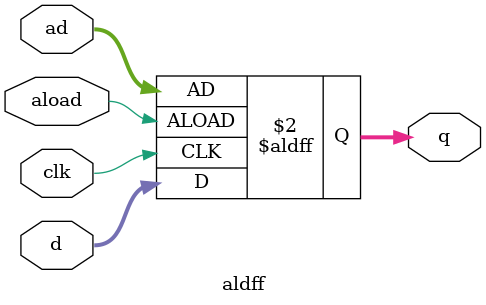
<source format=v>
module aldff( input [0:3] d, input [0:3] ad, input clk, aload, output reg [0:3] q );
	always @( posedge clk, posedge aload)
		if (aload)
			q <= ad;
		else
			q <= d;
endmodule

</source>
